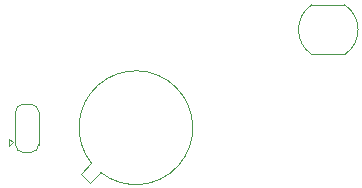
<source format=gbo>
G04 #@! TF.GenerationSoftware,KiCad,Pcbnew,5.0.2-bee76a0~70~ubuntu18.04.1*
G04 #@! TF.CreationDate,2019-12-23T12:33:55+05:30*
G04 #@! TF.ProjectId,pir_v1_0,7069725f-7631-45f3-902e-6b696361645f,rev?*
G04 #@! TF.SameCoordinates,Original*
G04 #@! TF.FileFunction,Legend,Bot*
G04 #@! TF.FilePolarity,Positive*
%FSLAX46Y46*%
G04 Gerber Fmt 4.6, Leading zero omitted, Abs format (unit mm)*
G04 Created by KiCad (PCBNEW 5.0.2-bee76a0~70~ubuntu18.04.1) date Mon Dec 23 12:33:55 2019*
%MOMM*%
%LPD*%
G01*
G04 APERTURE LIST*
%ADD10C,0.120000*%
G04 APERTURE END LIST*
D10*
G04 #@! TO.C,R6*
X102250000Y-52025000D02*
X105050000Y-52025000D01*
X102250000Y-56225000D02*
X105050000Y-56225000D01*
X105036037Y-52015758D02*
G75*
G02X105050000Y-56225000I-1386037J-2109242D01*
G01*
X102263963Y-56234242D02*
G75*
G02X102250000Y-52025000I1386037J2109242D01*
G01*
G04 #@! TO.C,U1*
X84367916Y-66199902D02*
X83476961Y-67090856D01*
X83476961Y-67090856D02*
X82699144Y-66313039D01*
X82699144Y-66313039D02*
X83590098Y-65422084D01*
X83590326Y-65422371D02*
G75*
G02X84367916Y-66199902I3774674J2997371D01*
G01*
G04 #@! TO.C,J1*
X76950000Y-63675000D02*
X76650000Y-63375000D01*
X76650000Y-63975000D02*
X76650000Y-63375000D01*
X76950000Y-63675000D02*
X76650000Y-63975000D01*
X77850000Y-64525000D02*
X78450000Y-64525000D01*
X77150000Y-61075000D02*
X77150000Y-63875000D01*
X78450000Y-60425000D02*
X77850000Y-60425000D01*
X79150000Y-63875000D02*
X79150000Y-61075000D01*
X79150000Y-61125000D02*
G75*
G03X78450000Y-60425000I-700000J0D01*
G01*
X77850000Y-60425000D02*
G75*
G03X77150000Y-61125000I0J-700000D01*
G01*
X77150000Y-63825000D02*
G75*
G03X77850000Y-64525000I700000J0D01*
G01*
X78450000Y-64525000D02*
G75*
G03X79150000Y-63825000I0J700000D01*
G01*
G04 #@! TD*
M02*

</source>
